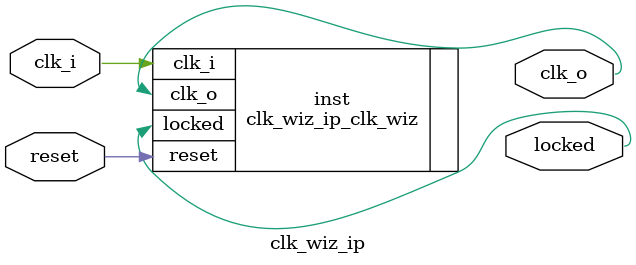
<source format=v>


`timescale 1ps/1ps

(* CORE_GENERATION_INFO = "clk_wiz_ip,clk_wiz_v6_0_2_0_0,{component_name=clk_wiz_ip,use_phase_alignment=true,use_min_o_jitter=false,use_max_i_jitter=false,use_dyn_phase_shift=false,use_inclk_switchover=false,use_dyn_reconfig=false,enable_axi=0,feedback_source=FDBK_AUTO,PRIMITIVE=MMCM,num_out_clk=1,clkin1_period=83.333,clkin2_period=10.0,use_power_down=false,use_reset=true,use_locked=true,use_inclk_stopped=false,feedback_type=SINGLE,CLOCK_MGR_TYPE=NA,manual_override=false}" *)

module clk_wiz_ip 
 (
  // Clock out ports
  output        clk_o,
  // Status and control signals
  input         reset,
  output        locked,
 // Clock in ports
  input         clk_i
 );

  clk_wiz_ip_clk_wiz inst
  (
  // Clock out ports  
  .clk_o(clk_o),
  // Status and control signals               
  .reset(reset), 
  .locked(locked),
 // Clock in ports
  .clk_i(clk_i)
  );

endmodule

</source>
